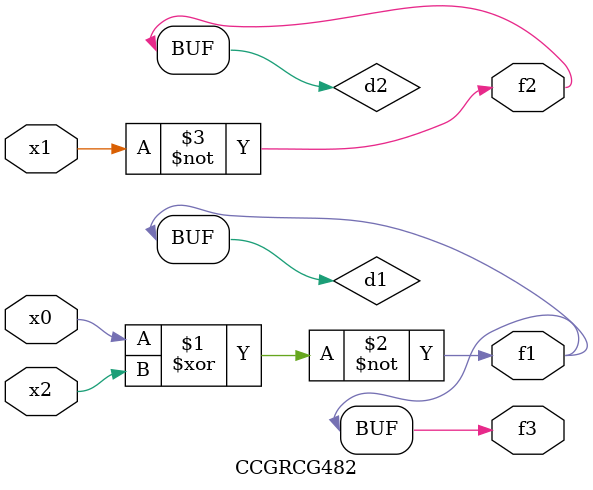
<source format=v>
module CCGRCG482(
	input x0, x1, x2,
	output f1, f2, f3
);

	wire d1, d2, d3;

	xnor (d1, x0, x2);
	nand (d2, x1);
	nor (d3, x1, x2);
	assign f1 = d1;
	assign f2 = d2;
	assign f3 = d1;
endmodule

</source>
